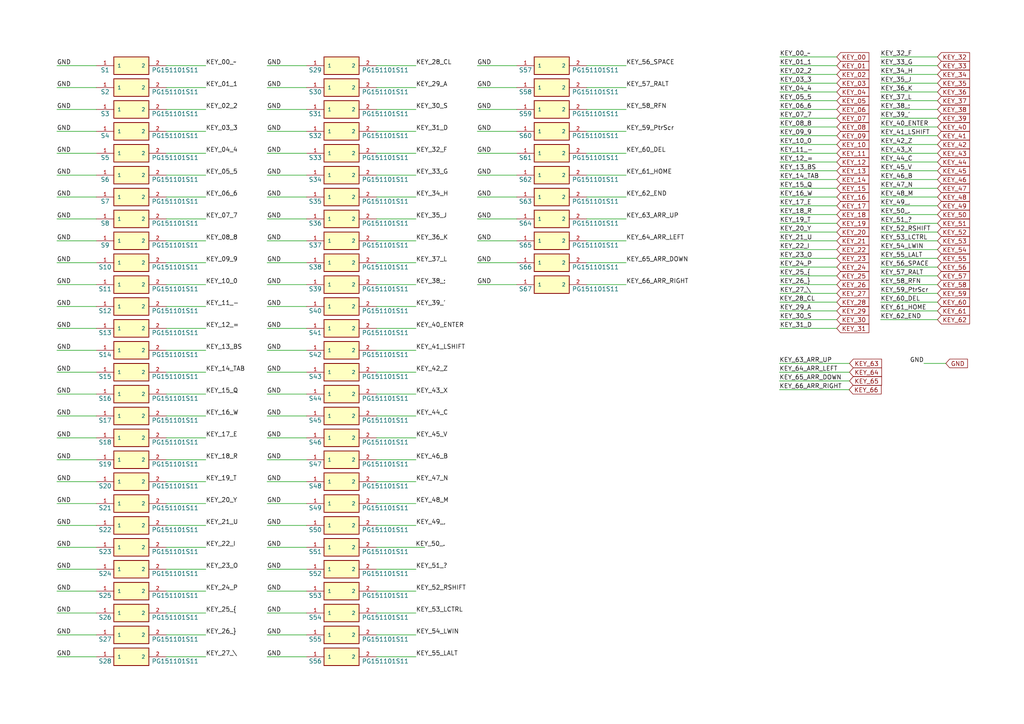
<source format=kicad_sch>
(kicad_sch (version 20230121) (generator eeschema)
  (paper "A4")
  (wire (pts (xy 109.22 31.75) (xy 120.65 31.75)))
  (wire (pts (xy 226.1862 80.01) (xy 242.6962 80.01)))
  (wire (pts (xy 226.1862 95.25) (xy 242.6962 95.25)))
  (wire (pts (xy 109.22 133.35) (xy 120.65 133.35)))
  (wire (pts (xy 226.1862 36.83) (xy 242.6962 36.83)))
  (wire (pts (xy 109.22 69.85) (xy 120.65 69.85)))
  (wire (pts (xy 16.51 165.1) (xy 27.94 165.1)))
  (wire (pts (xy 77.47 76.2) (xy 88.9 76.2)))
  (wire (pts (xy 16.51 114.3) (xy 27.94 114.3)))
  (wire (pts (xy 109.22 63.5) (xy 120.65 63.5)))
  (wire (pts (xy 77.47 50.8) (xy 88.9 50.8)))
  (wire (pts (xy 16.51 76.2) (xy 27.94 76.2)))
  (wire (pts (xy 138.43 44.45) (xy 149.86 44.45)))
  (wire (pts (xy 170.18 50.8) (xy 181.61 50.8)))
  (wire (pts (xy 77.47 88.9) (xy 88.9 88.9)))
  (wire (pts (xy 170.18 19.05) (xy 181.61 19.05)))
  (wire (pts (xy 77.47 120.65) (xy 88.9 120.65)))
  (wire (pts (xy 109.22 19.05) (xy 120.65 19.05)))
  (wire (pts (xy 109.22 101.6) (xy 120.65 101.6)))
  (wire (pts (xy 170.18 57.15) (xy 181.61 57.15)))
  (wire (pts (xy 77.47 69.85) (xy 88.9 69.85)))
  (wire (pts (xy 255.3962 39.37) (xy 271.9062 39.37)))
  (wire (pts (xy 48.26 127) (xy 59.69 127)))
  (wire (pts (xy 138.43 63.5) (xy 149.86 63.5)))
  (wire (pts (xy 16.51 69.85) (xy 27.94 69.85)))
  (wire (pts (xy 16.51 139.7) (xy 27.94 139.7)))
  (wire (pts (xy 48.26 69.85) (xy 59.69 69.85)))
  (wire (pts (xy 16.51 146.05) (xy 27.94 146.05)))
  (wire (pts (xy 226.1862 19.05) (xy 242.6962 19.05)))
  (wire (pts (xy 16.51 50.8) (xy 27.94 50.8)))
  (wire (pts (xy 77.47 63.5) (xy 88.9 63.5)))
  (wire (pts (xy 255.3962 19.05) (xy 271.9062 19.05)))
  (wire (pts (xy 48.26 120.65) (xy 59.69 120.65)))
  (wire (pts (xy 226.1862 39.37) (xy 242.6962 39.37)))
  (wire (pts (xy 255.3962 64.77) (xy 271.9062 64.77)))
  (wire (pts (xy 226.1862 67.31) (xy 242.6962 67.31)))
  (wire (pts (xy 16.51 82.55) (xy 27.94 82.55)))
  (wire (pts (xy 48.26 88.9) (xy 59.69 88.9)))
  (wire (pts (xy 109.22 146.05) (xy 120.65 146.05)))
  (wire (pts (xy 77.47 139.7) (xy 88.9 139.7)))
  (wire (pts (xy 48.26 190.5) (xy 59.69 190.5)))
  (wire (pts (xy 77.47 38.1) (xy 88.9 38.1)))
  (wire (pts (xy 170.18 82.55) (xy 181.61 82.55)))
  (wire (pts (xy 109.22 57.15) (xy 120.65 57.15)))
  (wire (pts (xy 16.51 184.15) (xy 27.94 184.15)))
  (wire (pts (xy 77.47 82.55) (xy 88.9 82.55)))
  (wire (pts (xy 109.22 76.2) (xy 120.65 76.2)))
  (wire (pts (xy 255.3962 26.67) (xy 271.9062 26.67)))
  (wire (pts (xy 255.3962 31.75) (xy 271.9062 31.75)))
  (wire (pts (xy 226.1862 90.17) (xy 242.6962 90.17)))
  (wire (pts (xy 255.3962 46.99) (xy 271.9062 46.99)))
  (wire (pts (xy 48.26 101.6) (xy 59.69 101.6)))
  (wire (pts (xy 77.47 107.95) (xy 88.9 107.95)))
  (wire (pts (xy 255.3962 41.91) (xy 271.9062 41.91)))
  (wire (pts (xy 109.22 184.15) (xy 120.65 184.15)))
  (wire (pts (xy 226.1862 31.75) (xy 242.6962 31.75)))
  (wire (pts (xy 226.1862 44.45) (xy 242.6962 44.45)))
  (wire (pts (xy 226.1862 46.99) (xy 242.6962 46.99)))
  (wire (pts (xy 255.3962 87.63) (xy 271.9062 87.63)))
  (wire (pts (xy 16.51 44.45) (xy 27.94 44.45)))
  (wire (pts (xy 77.47 133.35) (xy 88.9 133.35)))
  (wire (pts (xy 77.47 31.75) (xy 88.9 31.75)))
  (wire (pts (xy 16.51 57.15) (xy 27.94 57.15)))
  (wire (pts (xy 226.1862 41.91) (xy 242.6962 41.91)))
  (wire (pts (xy 138.43 57.15) (xy 149.86 57.15)))
  (wire (pts (xy 16.51 101.6) (xy 27.94 101.6)))
  (wire (pts (xy 226.1862 24.13) (xy 242.6962 24.13)))
  (wire (pts (xy 109.22 120.65) (xy 120.65 120.65)))
  (wire (pts (xy 48.26 44.45) (xy 59.69 44.45)))
  (wire (pts (xy 255.3962 29.21) (xy 271.9062 29.21)))
  (wire (pts (xy 16.51 152.4) (xy 27.94 152.4)))
  (wire (pts (xy 109.22 114.3) (xy 120.65 114.3)))
  (wire (pts (xy 226.1862 49.53) (xy 242.6962 49.53)))
  (wire (pts (xy 255.3962 57.15) (xy 271.9062 57.15)))
  (wire (pts (xy 170.18 44.45) (xy 181.61 44.45)))
  (wire (pts (xy 77.47 158.75) (xy 88.9 158.75)))
  (wire (pts (xy 226.1862 74.93) (xy 242.6962 74.93)))
  (wire (pts (xy 226.06 113.03) (xy 246.38 113.03)))
  (wire (pts (xy 226.1862 85.09) (xy 242.6962 85.09)))
  (wire (pts (xy 48.26 76.2) (xy 59.69 76.2)))
  (wire (pts (xy 226.1862 34.29) (xy 242.6962 34.29)))
  (wire (pts (xy 16.51 107.95) (xy 27.94 107.95)))
  (wire (pts (xy 255.3962 90.17) (xy 271.9062 90.17)))
  (wire (pts (xy 109.22 82.55) (xy 120.65 82.55)))
  (wire (pts (xy 48.26 19.05) (xy 59.69 19.05)))
  (wire (pts (xy 16.51 133.35) (xy 27.94 133.35)))
  (wire (pts (xy 48.26 139.7) (xy 59.69 139.7)))
  (wire (pts (xy 109.22 165.1) (xy 120.65 165.1)))
  (wire (pts (xy 77.47 95.25) (xy 88.9 95.25)))
  (wire (pts (xy 170.18 31.75) (xy 181.61 31.75)))
  (wire (pts (xy 48.26 146.05) (xy 59.69 146.05)))
  (wire (pts (xy 109.22 25.4) (xy 120.65 25.4)))
  (wire (pts (xy 170.18 69.85) (xy 181.61 69.85)))
  (wire (pts (xy 48.26 25.4) (xy 59.69 25.4)))
  (wire (pts (xy 255.3962 69.85) (xy 271.9062 69.85)))
  (wire (pts (xy 77.47 57.15) (xy 88.9 57.15)))
  (wire (pts (xy 138.43 76.2) (xy 149.86 76.2)))
  (wire (pts (xy 77.47 44.45) (xy 88.9 44.45)))
  (wire (pts (xy 255.3962 80.01) (xy 271.9062 80.01)))
  (wire (pts (xy 48.26 31.75) (xy 59.69 31.75)))
  (wire (pts (xy 48.26 82.55) (xy 59.69 82.55)))
  (wire (pts (xy 16.51 19.05) (xy 27.94 19.05)))
  (wire (pts (xy 109.22 158.75) (xy 123.19 158.75)))
  (wire (pts (xy 226.1862 64.77) (xy 242.6962 64.77)))
  (wire (pts (xy 77.47 165.1) (xy 88.9 165.1)))
  (wire (pts (xy 16.51 127) (xy 27.94 127)))
  (wire (pts (xy 226.1862 82.55) (xy 242.6962 82.55)))
  (wire (pts (xy 138.43 50.8) (xy 149.86 50.8)))
  (wire (pts (xy 109.22 107.95) (xy 120.65 107.95)))
  (wire (pts (xy 109.22 190.5) (xy 120.65 190.5)))
  (wire (pts (xy 138.43 82.55) (xy 149.86 82.55)))
  (wire (pts (xy 255.3962 21.59) (xy 271.9062 21.59)))
  (wire (pts (xy 226.1862 26.67) (xy 242.6962 26.67)))
  (wire (pts (xy 77.47 184.15) (xy 88.9 184.15)))
  (wire (pts (xy 226.1862 87.63) (xy 242.6962 87.63)))
  (wire (pts (xy 48.26 95.25) (xy 59.69 95.25)))
  (wire (pts (xy 226.1862 72.39) (xy 242.6962 72.39)))
  (wire (pts (xy 48.26 171.45) (xy 59.69 171.45)))
  (wire (pts (xy 255.3962 85.09) (xy 271.9062 85.09)))
  (wire (pts (xy 48.26 57.15) (xy 59.69 57.15)))
  (wire (pts (xy 48.26 107.95) (xy 59.69 107.95)))
  (wire (pts (xy 77.47 127) (xy 88.9 127)))
  (wire (pts (xy 274.32 105.41) (xy 267.97 105.41)))
  (wire (pts (xy 255.3962 74.93) (xy 271.9062 74.93)))
  (wire (pts (xy 77.47 171.45) (xy 88.9 171.45)))
  (wire (pts (xy 109.22 38.1) (xy 120.65 38.1)))
  (wire (pts (xy 48.26 63.5) (xy 59.69 63.5)))
  (wire (pts (xy 255.3962 62.23) (xy 271.9062 62.23)))
  (wire (pts (xy 109.22 127) (xy 120.65 127)))
  (wire (pts (xy 109.22 177.8) (xy 120.65 177.8)))
  (wire (pts (xy 109.22 88.9) (xy 120.65 88.9)))
  (wire (pts (xy 138.43 31.75) (xy 149.86 31.75)))
  (wire (pts (xy 226.06 107.95) (xy 246.38 107.95)))
  (wire (pts (xy 77.47 177.8) (xy 88.9 177.8)))
  (wire (pts (xy 138.43 38.1) (xy 149.86 38.1)))
  (wire (pts (xy 170.18 76.2) (xy 181.61 76.2)))
  (wire (pts (xy 109.22 152.4) (xy 120.65 152.4)))
  (wire (pts (xy 16.51 171.45) (xy 27.94 171.45)))
  (wire (pts (xy 48.26 50.8) (xy 59.69 50.8)))
  (wire (pts (xy 16.51 120.65) (xy 27.94 120.65)))
  (wire (pts (xy 77.47 101.6) (xy 88.9 101.6)))
  (wire (pts (xy 48.26 158.75) (xy 59.69 158.75)))
  (wire (pts (xy 226.06 105.41) (xy 246.38 105.41)))
  (wire (pts (xy 77.47 114.3) (xy 88.9 114.3)))
  (wire (pts (xy 226.1862 62.23) (xy 242.6962 62.23)))
  (wire (pts (xy 226.1862 92.71) (xy 242.6962 92.71)))
  (wire (pts (xy 48.26 38.1) (xy 59.69 38.1)))
  (wire (pts (xy 48.26 152.4) (xy 59.69 152.4)))
  (wire (pts (xy 226.1862 21.59) (xy 242.6962 21.59)))
  (wire (pts (xy 109.22 95.25) (xy 120.65 95.25)))
  (wire (pts (xy 226.1862 29.21) (xy 242.6962 29.21)))
  (wire (pts (xy 226.1862 52.07) (xy 242.6962 52.07)))
  (wire (pts (xy 109.22 50.8) (xy 120.65 50.8)))
  (wire (pts (xy 77.47 152.4) (xy 88.9 152.4)))
  (wire (pts (xy 138.43 25.4) (xy 149.86 25.4)))
  (wire (pts (xy 109.22 139.7) (xy 120.65 139.7)))
  (wire (pts (xy 255.3962 36.83) (xy 271.9062 36.83)))
  (wire (pts (xy 77.47 190.5) (xy 88.9 190.5)))
  (wire (pts (xy 16.51 25.4) (xy 27.94 25.4)))
  (wire (pts (xy 48.26 165.1) (xy 59.69 165.1)))
  (wire (pts (xy 226.1862 54.61) (xy 242.6962 54.61)))
  (wire (pts (xy 48.26 184.15) (xy 59.69 184.15)))
  (wire (pts (xy 255.3962 59.69) (xy 271.9062 59.69)))
  (wire (pts (xy 255.3962 16.51) (xy 271.9062 16.51)))
  (wire (pts (xy 255.3962 67.31) (xy 271.9062 67.31)))
  (wire (pts (xy 16.51 31.75) (xy 27.94 31.75)))
  (wire (pts (xy 16.51 95.25) (xy 27.94 95.25)))
  (wire (pts (xy 16.51 158.75) (xy 27.94 158.75)))
  (wire (pts (xy 226.1862 16.51) (xy 242.6962 16.51)))
  (wire (pts (xy 77.47 19.05) (xy 88.9 19.05)))
  (wire (pts (xy 255.3962 77.47) (xy 271.9062 77.47)))
  (wire (pts (xy 48.26 177.8) (xy 59.69 177.8)))
  (wire (pts (xy 255.3962 24.13) (xy 271.9062 24.13)))
  (wire (pts (xy 255.3962 92.71) (xy 271.9062 92.71)))
  (wire (pts (xy 16.51 88.9) (xy 27.94 88.9)))
  (wire (pts (xy 255.3962 52.07) (xy 271.9062 52.07)))
  (wire (pts (xy 255.3962 72.39) (xy 271.9062 72.39)))
  (wire (pts (xy 109.22 44.45) (xy 120.65 44.45)))
  (wire (pts (xy 226.1862 57.15) (xy 242.6962 57.15)))
  (wire (pts (xy 109.22 171.45) (xy 120.65 171.45)))
  (wire (pts (xy 255.3962 34.29) (xy 271.9062 34.29)))
  (wire (pts (xy 226.1862 59.69) (xy 242.6962 59.69)))
  (wire (pts (xy 226.06 110.49) (xy 246.38 110.49)))
  (wire (pts (xy 16.51 190.5) (xy 27.94 190.5)))
  (wire (pts (xy 226.1862 77.47) (xy 242.6962 77.47)))
  (wire (pts (xy 48.26 133.35) (xy 59.69 133.35)))
  (wire (pts (xy 48.26 114.3) (xy 59.69 114.3)))
  (wire (pts (xy 170.18 63.5) (xy 181.61 63.5)))
  (wire (pts (xy 255.3962 49.53) (xy 271.9062 49.53)))
  (wire (pts (xy 170.18 25.4) (xy 181.61 25.4)))
  (wire (pts (xy 255.3962 82.55) (xy 271.9062 82.55)))
  (wire (pts (xy 16.51 38.1) (xy 27.94 38.1)))
  (wire (pts (xy 170.18 38.1) (xy 181.61 38.1)))
  (wire (pts (xy 255.3962 44.45) (xy 271.9062 44.45)))
  (wire (pts (xy 138.43 69.85) (xy 149.86 69.85)))
  (wire (pts (xy 77.47 25.4) (xy 88.9 25.4)))
  (wire (pts (xy 255.3962 54.61) (xy 271.9062 54.61)))
  (wire (pts (xy 16.51 63.5) (xy 27.94 63.5)))
  (wire (pts (xy 138.43 19.05) (xy 149.86 19.05)))
  (wire (pts (xy 16.51 177.8) (xy 27.94 177.8)))
  (wire (pts (xy 226.1862 69.85) (xy 242.6962 69.85)))
  (wire (pts (xy 77.47 146.05) (xy 88.9 146.05)))
  (label "KEY_06_6" (at 59.69 57.15 0))
  (label "KEY_43_X" (at 120.65 114.3 0))
  (label "KEY_30_S" (at 120.65 31.75 0))
  (label "KEY_40_ENTER" (at 120.65 95.25 0))
  (label "KEY_40_ENTER" (at 255.3962 36.83 0))
  (label "GND" (at 16.51 31.75 0))
  (label "GND" (at 77.47 146.05 0))
  (label "KEY_59_PtrScr" (at 255.3962 85.09 0))
  (label "KEY_53_LCTRL" (at 255.3962 69.85 0))
  (label "KEY_45_V" (at 120.65 127 0))
  (label "GND" (at 138.43 31.75 0))
  (label "GND" (at 77.47 95.25 0))
  (label "KEY_01_1" (at 59.69 25.4 0))
  (label "GND" (at 77.47 82.55 0))
  (label "KEY_52_RSHIFT" (at 120.65 171.45 0))
  (label "GND" (at 77.47 120.65 0))
  (label "KEY_54_LWIN" (at 255.3962 72.39 0))
  (label "KEY_45_V" (at 255.3962 49.53 0))
  (label "KEY_41_LSHIFT" (at 120.65 101.6 0))
  (label "GND" (at 77.47 38.1 0))
  (label "GND" (at 77.47 184.15 0))
  (label "GND" (at 77.47 25.4 0))
  (label "KEY_33_G" (at 255.3962 19.05 0))
  (label "GND" (at 138.43 38.1 0))
  (label "GND" (at 16.51 44.45 0))
  (label "KEY_60_DEL" (at 255.3962 87.63 0))
  (label "GND" (at 138.43 69.85 0))
  (label "KEY_55_LALT" (at 120.65 190.5 0))
  (label "GND" (at 16.51 171.45 0))
  (label "GND" (at 16.51 95.25 0))
  (label "KEY_58_RFN" (at 255.3962 82.55 0))
  (label "KEY_12_=" (at 59.69 95.25 0))
  (label "KEY_10_0" (at 226.1862 41.91 0))
  (label "KEY_56_SPACE" (at 181.61 19.05 0))
  (label "KEY_23_O" (at 59.69 165.1 0))
  (label "GND" (at 16.51 158.75 0))
  (label "GND" (at 16.51 165.1 0))
  (label "KEY_46_B" (at 255.3962 52.07 0))
  (label "GND" (at 77.47 76.2 0))
  (label "KEY_46_B" (at 120.65 133.35 0))
  (label "KEY_66_ARR_RIGHT" (at 181.61 82.55 0))
  (label "KEY_24_P" (at 226.1862 77.47 0))
  (label "KEY_20_Y" (at 226.1862 67.31 0))
  (label "KEY_53_LCTRL" (at 120.65 177.8 0))
  (label "KEY_61_HOME" (at 255.3962 90.17 0))
  (label "KEY_03_3" (at 226.1862 24.13 0))
  (label "GND" (at 77.47 101.6 0))
  (label "GND" (at 77.47 152.4 0))
  (label "KEY_24_P" (at 59.69 171.45 0))
  (label "KEY_33_G" (at 120.65 50.8 0))
  (label "KEY_25_{" (at 59.69 177.8 0))
  (label "KEY_61_HOME" (at 181.61 50.8 0))
  (label "GND" (at 138.43 19.05 0))
  (label "KEY_62_END" (at 255.3962 92.71 0))
  (label "KEY_08_8" (at 59.69 69.85 0))
  (label "GND" (at 16.51 139.7 0))
  (label "KEY_27_\\" (at 59.69 190.5 0))
  (label "KEY_16_W" (at 226.1862 57.15 0))
  (label "GND" (at 138.43 50.8 0))
  (label "KEY_64_ARR_LEFT" (at 226.06 107.95 0))
  (label "KEY_26_}" (at 59.69 184.15 0))
  (label "KEY_39_'" (at 120.65 88.9 0))
  (label "GND" (at 77.47 165.1 0))
  (label "KEY_13_BS" (at 226.1862 49.53 0))
  (label "KEY_50_." (at 120.5238 158.75 0))
  (label "KEY_17_E" (at 226.1862 59.69 0))
  (label "GND" (at 16.51 101.6 0))
  (label "KEY_03_3" (at 59.69 38.1 0))
  (label "KEY_18_R" (at 59.69 133.35 0))
  (label "KEY_14_TAB" (at 59.69 107.95 0))
  (label "KEY_07_7" (at 59.69 63.5 0))
  (label "GND" (at 77.47 88.9 0))
  (label "KEY_21_U" (at 226.1862 69.85 0))
  (label "GND" (at 16.51 146.05 0))
  (label "GND" (at 16.51 152.4 0))
  (label "GND" (at 16.51 114.3 0))
  (label "KEY_57_RALT" (at 181.61 25.4 0))
  (label "GND" (at 77.47 63.5 0))
  (label "KEY_08_8" (at 226.1862 36.83 0))
  (label "KEY_54_LWIN" (at 120.65 184.15 0))
  (label "KEY_15_Q" (at 59.69 114.3 0))
  (label "KEY_48_M" (at 120.65 146.05 0))
  (label "GND" (at 138.43 44.45 0))
  (label "KEY_16_W" (at 59.69 120.65 0))
  (label "GND" (at 138.43 76.2 0))
  (label "KEY_25_{" (at 226.1862 80.01 0))
  (label "KEY_44_C" (at 120.65 120.65 0))
  (label "KEY_58_RFN" (at 181.61 31.75 0))
  (label "GND" (at 138.43 82.55 0))
  (label "GND" (at 77.47 44.45 0))
  (label "GND" (at 16.51 190.5 0))
  (label "GND" (at 77.47 133.35 0))
  (label "GND" (at 77.47 177.8 0))
  (label "GND" (at 77.47 50.8 0))
  (label "KEY_11_-" (at 59.69 88.9 0))
  (label "GND" (at 16.51 69.85 0))
  (label "GND" (at 138.43 25.4 0))
  (label "KEY_29_A" (at 120.65 25.4 0))
  (label "KEY_37_L" (at 120.65 76.2 0))
  (label "KEY_31_D" (at 120.65 38.1 0))
  (label "KEY_09_9" (at 226.1862 39.37 0))
  (label "GND" (at 77.47 31.75 0))
  (label "KEY_23_O" (at 226.1862 74.93 0))
  (label "GND" (at 77.47 127 0))
  (label "KEY_66_ARR_RIGHT" (at 226.06 113.03 0))
  (label "GND" (at 138.43 63.5 0))
  (label "KEY_60_DEL" (at 181.61 44.45 0))
  (label "KEY_51_?" (at 255.3962 64.77 0))
  (label "KEY_63_ARR_UP" (at 226.06 105.41 0))
  (label "KEY_19_T" (at 59.69 139.7 0))
  (label "GND" (at 16.51 25.4 0))
  (label "GND" (at 16.51 50.8 0))
  (label "KEY_30_S" (at 226.1862 92.71 0))
  (label "KEY_27_\\" (at 226.1862 85.09 0))
  (label "GND" (at 77.47 139.7 0))
  (label "GND" (at 16.51 120.65 0))
  (label "KEY_39_'" (at 255.3962 34.29 0))
  (label "GND" (at 77.47 171.45 0))
  (label "KEY_05_5" (at 59.69 50.8 0))
  (label "GND" (at 16.51 107.95 0))
  (label "KEY_05_5" (at 226.1862 29.21 0))
  (label "KEY_38_;" (at 120.65 82.55 0))
  (label "KEY_15_Q" (at 226.1862 54.61 0))
  (label "KEY_34_H" (at 255.3962 21.59 0))
  (label "KEY_17_E" (at 59.69 127 0))
  (label "KEY_57_RALT" (at 255.3962 80.01 0))
  (label "KEY_42_Z" (at 255.3962 41.91 0))
  (label "GND" (at 77.47 19.05 0))
  (label "GND" (at 77.47 69.85 0))
  (label "KEY_11_-" (at 226.1862 44.45 0))
  (label "GND" (at 16.51 57.15 0))
  (label "KEY_32_F" (at 255.3962 16.51 0))
  (label "KEY_41_LSHIFT" (at 255.3962 39.37 0))
  (label "KEY_38_;" (at 255.3962 31.75 0))
  (label "KEY_19_T" (at 226.1862 64.77 0))
  (label "GND" (at 267.97 105.41 180))
  (label "GND" (at 16.51 133.35 0))
  (label "KEY_50_." (at 255.3962 62.23 0))
  (label "KEY_51_?" (at 120.65 165.1 0))
  (label "KEY_26_}" (at 226.1862 82.55 0))
  (label "KEY_47_N" (at 120.65 139.7 0))
  (label "KEY_09_9" (at 59.69 76.2 0))
  (label "KEY_37_L" (at 255.3962 29.21 0))
  (label "KEY_18_R" (at 226.1862 62.23 0))
  (label "KEY_20_Y" (at 59.69 146.05 0))
  (label "KEY_59_PtrScr" (at 181.61 38.1 0))
  (label "KEY_07_7" (at 226.1862 34.29 0))
  (label "KEY_28_CL" (at 120.65 19.05 0))
  (label "KEY_36_K" (at 120.65 69.85 0))
  (label "KEY_12_=" (at 226.1862 46.99 0))
  (label "KEY_64_ARR_LEFT" (at 181.61 69.85 0))
  (label "KEY_43_X" (at 255.3962 44.45 0))
  (label "KEY_44_C" (at 255.3962 46.99 0))
  (label "GND" (at 16.51 127 0))
  (label "GND" (at 77.47 158.75 0))
  (label "GND" (at 77.47 57.15 0))
  (label "KEY_02_2" (at 59.69 31.75 0))
  (label "KEY_34_H" (at 120.65 57.15 0))
  (label "KEY_10_0" (at 59.69 82.55 0))
  (label "KEY_63_ARR_UP" (at 181.61 63.5 0))
  (label "KEY_04_4" (at 59.69 44.45 0))
  (label "KEY_52_RSHIFT" (at 255.3962 67.31 0))
  (label "KEY_00_~" (at 59.69 19.05 0))
  (label "KEY_21_U" (at 59.69 152.4 0))
  (label "KEY_55_LALT" (at 255.3962 74.93 0))
  (label "KEY_49_," (at 120.65 152.4 0))
  (label "GND" (at 16.51 76.2 0))
  (label "GND" (at 77.47 190.5 0))
  (label "KEY_48_M" (at 255.3962 57.15 0))
  (label "GND" (at 16.51 82.55 0))
  (label "KEY_49_," (at 255.3962 59.69 0))
  (label "KEY_35_J" (at 255.3962 24.13 0))
  (label "KEY_56_SPACE" (at 255.3962 77.47 0))
  (label "KEY_35_J" (at 120.65 63.5 0))
  (label "KEY_22_I" (at 226.1862 72.39 0))
  (label "KEY_65_ARR_DOWN" (at 226.06 110.49 0))
  (label "KEY_29_A" (at 226.1862 90.17 0))
  (label "KEY_02_2" (at 226.1862 21.59 0))
  (label "KEY_22_I" (at 59.69 158.75 0))
  (label "KEY_00_~" (at 226.1862 16.51 0))
  (label "KEY_04_4" (at 226.1862 26.67 0))
  (label "KEY_36_K" (at 255.3962 26.67 0))
  (label "GND" (at 16.51 88.9 0))
  (label "KEY_31_D" (at 226.1862 95.25 0))
  (label "KEY_28_CL" (at 226.06 87.63 0))
  (label "KEY_62_END" (at 181.61 57.15 0))
  (label "KEY_42_Z" (at 120.65 107.95 0))
  (label "GND" (at 77.47 114.3 0))
  (label "GND" (at 138.43 57.15 0))
  (label "GND" (at 77.47 107.95 0))
  (label "KEY_13_BS" (at 59.69 101.6 0))
  (label "GND" (at 16.51 63.5 0))
  (label "KEY_65_ARR_DOWN" (at 181.61 76.2 0))
  (label "KEY_47_N" (at 255.3962 54.61 0))
  (label "KEY_01_1" (at 226.1862 19.05 0))
  (label "KEY_14_TAB" (at 226.1862 52.07 0))
  (label "GND" (at 16.51 177.8 0))
  (label "GND" (at 16.51 19.05 0))
  (label "GND" (at 16.51 184.15 0))
  (label "KEY_06_6" (at 226.1862 31.75 0))
  (label "GND" (at 16.51 38.1 0))
  (label "KEY_32_F" (at 120.65 44.45 0))
  (global_label "KEY_29" (shape input) (at 242.6962 90.17 0) (property "Intersheetrefs" "${INTERSHEET_REFS}" (effects hide)))
  (global_label "KEY_12" (shape input) (at 242.6962 46.99 0) (property "Intersheetrefs" "${INTERSHEET_REFS}" (effects hide)))
  (global_label "KEY_28" (shape input) (at 242.6962 87.63 0) (property "Intersheetrefs" "${INTERSHEET_REFS}" (effects hide)))
  (global_label "KEY_08" (shape input) (at 242.6962 36.83 0) (property "Intersheetrefs" "${INTERSHEET_REFS}" (effects hide)))
  (global_label "KEY_14" (shape input) (at 242.6962 52.07 0) (property "Intersheetrefs" "${INTERSHEET_REFS}" (effects hide)))
  (global_label "KEY_54" (shape input) (at 271.9062 72.39 0) (property "Intersheetrefs" "${INTERSHEET_REFS}" (effects hide)))
  (global_label "KEY_26" (shape input) (at 242.6962 82.55 0) (property "Intersheetrefs" "${INTERSHEET_REFS}" (effects hide)))
  (global_label "KEY_22" (shape input) (at 242.6962 72.39 0) (property "Intersheetrefs" "${INTERSHEET_REFS}" (effects hide)))
  (global_label "KEY_06" (shape input) (at 242.6962 31.75 0) (property "Intersheetrefs" "${INTERSHEET_REFS}" (effects hide)))
  (global_label "KEY_51" (shape input) (at 271.9062 64.77 0) (property "Intersheetrefs" "${INTERSHEET_REFS}" (effects hide)))
  (global_label "KEY_31" (shape input) (at 242.6962 95.25 0) (property "Intersheetrefs" "${INTERSHEET_REFS}" (effects hide)))
  (global_label "KEY_11" (shape input) (at 242.6962 44.45 0) (property "Intersheetrefs" "${INTERSHEET_REFS}" (effects hide)))
  (global_label "KEY_20" (shape input) (at 242.6962 67.31 0) (property "Intersheetrefs" "${INTERSHEET_REFS}" (effects hide)))
  (global_label "KEY_47" (shape input) (at 271.9062 54.61 0) (property "Intersheetrefs" "${INTERSHEET_REFS}" (effects hide)))
  (global_label "KEY_27" (shape input) (at 242.6962 85.09 0) (property "Intersheetrefs" "${INTERSHEET_REFS}" (effects hide)))
  (global_label "KEY_01" (shape input) (at 242.6962 19.05 0) (property "Intersheetrefs" "${INTERSHEET_REFS}" (effects hide)))
  (global_label "KEY_53" (shape input) (at 271.9062 69.85 0) (property "Intersheetrefs" "${INTERSHEET_REFS}" (effects hide)))
  (global_label "KEY_40" (shape input) (at 271.9062 36.83 0) (property "Intersheetrefs" "${INTERSHEET_REFS}" (effects hide)))
  (global_label "KEY_16" (shape input) (at 242.6962 57.15 0) (property "Intersheetrefs" "${INTERSHEET_REFS}" (effects hide)))
  (global_label "KEY_44" (shape input) (at 271.9062 46.99 0) (property "Intersheetrefs" "${INTERSHEET_REFS}" (effects hide)))
  (global_label "KEY_59" (shape input) (at 271.9062 85.09 0) (property "Intersheetrefs" "${INTERSHEET_REFS}" (effects hide)))
  (global_label "KEY_60" (shape input) (at 271.9062 87.63 0) (property "Intersheetrefs" "${INTERSHEET_REFS}" (effects hide)))
  (global_label "KEY_15" (shape input) (at 242.6962 54.61 0) (property "Intersheetrefs" "${INTERSHEET_REFS}" (effects hide)))
  (global_label "KEY_64" (shape input) (at 246.38 107.95 0) (property "Intersheetrefs" "${INTERSHEET_REFS}" (effects hide)))
  (global_label "KEY_52" (shape input) (at 271.9062 67.31 0) (property "Intersheetrefs" "${INTERSHEET_REFS}" (effects hide)))
  (global_label "KEY_19" (shape input) (at 242.6962 64.77 0) (property "Intersheetrefs" "${INTERSHEET_REFS}" (effects hide)))
  (global_label "KEY_10" (shape input) (at 242.6962 41.91 0) (property "Intersheetrefs" "${INTERSHEET_REFS}" (effects hide)))
  (global_label "KEY_62" (shape input) (at 271.9062 92.71 0) (property "Intersheetrefs" "${INTERSHEET_REFS}" (effects hide)))
  (global_label "KEY_13" (shape input) (at 242.6962 49.53 0) (property "Intersheetrefs" "${INTERSHEET_REFS}" (effects hide)))
  (global_label "KEY_36" (shape input) (at 271.9062 26.67 0) (property "Intersheetrefs" "${INTERSHEET_REFS}" (effects hide)))
  (global_label "KEY_25" (shape input) (at 242.6962 80.01 0) (property "Intersheetrefs" "${INTERSHEET_REFS}" (effects hide)))
  (global_label "KEY_37" (shape input) (at 271.9062 29.21 0) (property "Intersheetrefs" "${INTERSHEET_REFS}" (effects hide)))
  (global_label "KEY_46" (shape input) (at 271.9062 52.07 0) (property "Intersheetrefs" "${INTERSHEET_REFS}" (effects hide)))
  (global_label "KEY_04" (shape input) (at 242.6962 26.67 0) (property "Intersheetrefs" "${INTERSHEET_REFS}" (effects hide)))
  (global_label "KEY_58" (shape input) (at 271.9062 82.55 0) (property "Intersheetrefs" "${INTERSHEET_REFS}" (effects hide)))
  (global_label "KEY_18" (shape input) (at 242.6962 62.23 0) (property "Intersheetrefs" "${INTERSHEET_REFS}" (effects hide)))
  (global_label "KEY_23" (shape input) (at 242.6962 74.93 0) (property "Intersheetrefs" "${INTERSHEET_REFS}" (effects hide)))
  (global_label "KEY_57" (shape input) (at 271.9062 80.01 0) (property "Intersheetrefs" "${INTERSHEET_REFS}" (effects hide)))
  (global_label "KEY_42" (shape input) (at 271.9062 41.91 0) (property "Intersheetrefs" "${INTERSHEET_REFS}" (effects hide)))
  (global_label "KEY_32" (shape input) (at 271.9062 16.51 0) (property "Intersheetrefs" "${INTERSHEET_REFS}" (effects hide)))
  (global_label "KEY_00" (shape input) (at 242.6962 16.51 0) (property "Intersheetrefs" "${INTERSHEET_REFS}" (effects hide)))
  (global_label "KEY_24" (shape input) (at 242.6962 77.47 0) (property "Intersheetrefs" "${INTERSHEET_REFS}" (effects hide)))
  (global_label "KEY_38" (shape input) (at 271.9062 31.75 0) (property "Intersheetrefs" "${INTERSHEET_REFS}" (effects hide)))
  (global_label "KEY_48" (shape input) (at 271.9062 57.15 0) (property "Intersheetrefs" "${INTERSHEET_REFS}" (effects hide)))
  (global_label "KEY_55" (shape input) (at 271.9062 74.93 0) (property "Intersheetrefs" "${INTERSHEET_REFS}" (effects hide)))
  (global_label "KEY_09" (shape input) (at 242.6962 39.37 0) (property "Intersheetrefs" "${INTERSHEET_REFS}" (effects hide)))
  (global_label "KEY_41" (shape input) (at 271.9062 39.37 0) (property "Intersheetrefs" "${INTERSHEET_REFS}" (effects hide)))
  (global_label "KEY_43" (shape input) (at 271.9062 44.45 0) (property "Intersheetrefs" "${INTERSHEET_REFS}" (effects hide)))
  (global_label "KEY_17" (shape input) (at 242.6962 59.69 0) (property "Intersheetrefs" "${INTERSHEET_REFS}" (effects hide)))
  (global_label "KEY_03" (shape input) (at 242.6962 24.13 0) (property "Intersheetrefs" "${INTERSHEET_REFS}" (effects hide)))
  (global_label "KEY_50" (shape input) (at 271.9062 62.23 0) (property "Intersheetrefs" "${INTERSHEET_REFS}" (effects hide)))
  (global_label "KEY_61" (shape input) (at 271.9062 90.17 0) (property "Intersheetrefs" "${INTERSHEET_REFS}" (effects hide)))
  (global_label "KEY_66" (shape input) (at 246.2701 113.03 0) (property "Intersheetrefs" "${INTERSHEET_REFS}" (effects hide)))
  (global_label "KEY_39" (shape input) (at 271.9062 34.29 0) (property "Intersheetrefs" "${INTERSHEET_REFS}" (effects hide)))
  (global_label "KEY_05" (shape input) (at 242.6962 29.21 0) (property "Intersheetrefs" "${INTERSHEET_REFS}" (effects hide)))
  (global_label "KEY_65" (shape input) (at 246.38 110.49 0) (property "Intersheetrefs" "${INTERSHEET_REFS}" (effects hide)))
  (global_label "KEY_56" (shape input) (at 271.9062 77.47 0) (property "Intersheetrefs" "${INTERSHEET_REFS}" (effects hide)))
  (global_label "KEY_49" (shape input) (at 271.9062 59.69 0) (property "Intersheetrefs" "${INTERSHEET_REFS}" (effects hide)))
  (global_label "KEY_33" (shape input) (at 271.9062 19.05 0) (property "Intersheetrefs" "${INTERSHEET_REFS}" (effects hide)))
  (global_label "KEY_02" (shape input) (at 242.6962 21.59 0) (property "Intersheetrefs" "${INTERSHEET_REFS}" (effects hide)))
  (global_label "KEY_30" (shape input) (at 242.6962 92.71 0) (property "Intersheetrefs" "${INTERSHEET_REFS}" (effects hide)))
  (global_label "KEY_07" (shape input) (at 242.6962 34.29 0) (property "Intersheetrefs" "${INTERSHEET_REFS}" (effects hide)))
  (global_label "KEY_35" (shape input) (at 271.9062 24.13 0) (property "Intersheetrefs" "${INTERSHEET_REFS}" (effects hide)))
  (global_label "KEY_45" (shape input) (at 271.9062 49.53 0) (property "Intersheetrefs" "${INTERSHEET_REFS}" (effects hide)))
  (global_label "GND" (shape input) (at 274.32 105.41 0) (property "Intersheetrefs" "${INTERSHEET_REFS}" (effects hide)))
  (global_label "KEY_63" (shape input) (at 246.38 105.41 0) (property "Intersheetrefs" "${INTERSHEET_REFS}" (effects hide)))
  (global_label "KEY_21" (shape input) (at 242.6962 69.85 0) (property "Intersheetrefs" "${INTERSHEET_REFS}" (effects hide)))
  (global_label "KEY_34" (shape input) (at 271.9062 21.59 0) (property "Intersheetrefs" "${INTERSHEET_REFS}" (effects hide)))
  (symbol (lib_id "PG151101S11:PG151101S11") (at 38.1 190.5 0) (unit 1)
    (property "Reference" "S28" (at 30.48 191.77 0))
    (property "Value" "PG151101S11" (at 50.8 191.77 0))
    (property "Footprint" "Button_Switch_Keyboard:SW_Cherry_MX_1.50u_PCB" (effects hide))
    (property "PARTREV" "A" (effects hide))
    (property "MANUFACTURER" "Kailh" (effects hide))
    (property "MAXIMUM_PACKAGE_HEIGHT" "1.95 mm" (effects hide))
    (property "STANDARD" "Manufacturer Recommendations" (effects hide))
  )
  (symbol (lib_id "PG151101S11:PG151101S11") (at 99.06 152.4 0) (unit 1)
    (property "Reference" "S50" (at 91.44 153.67 0))
    (property "Value" "PG151101S11" (at 111.76 153.67 0))
    (property "Footprint" "Button_Switch_Keyboard:SW_Cherry_MX_1.00u_PCB" (effects hide))
    (property "PARTREV" "A" (effects hide))
    (property "MANUFACTURER" "Kailh" (effects hide))
    (property "MAXIMUM_PACKAGE_HEIGHT" "1.95 mm" (effects hide))
    (property "STANDARD" "Manufacturer Recommendations" (effects hide))
  )
  (symbol (lib_id "PG151101S11:PG151101S11") (at 38.1 25.4 0) (unit 1)
    (property "Reference" "S2" (at 30.48 26.67 0))
    (property "Value" "PG151101S11" (at 50.8 26.67 0))
    (property "Footprint" "Button_Switch_Keyboard:SW_Cherry_MX_1.00u_PCB" (effects hide))
    (property "PARTREV" "A" (effects hide))
    (property "MANUFACTURER" "Kailh" (effects hide))
    (property "MAXIMUM_PACKAGE_HEIGHT" "1.95 mm" (effects hide))
    (property "STANDARD" "Manufacturer Recommendations" (effects hide))
  )
  (symbol (lib_id "PG151101S11:PG151101S11") (at 38.1 184.15 0) (unit 1)
    (property "Reference" "S27" (at 30.48 185.42 0))
    (property "Value" "PG151101S11" (at 50.8 185.42 0))
    (property "Footprint" "Button_Switch_Keyboard:SW_Cherry_MX_1.00u_PCB" (effects hide))
    (property "PARTREV" "A" (effects hide))
    (property "MANUFACTURER" "Kailh" (effects hide))
    (property "MAXIMUM_PACKAGE_HEIGHT" "1.95 mm" (effects hide))
    (property "STANDARD" "Manufacturer Recommendations" (effects hide))
  )
  (symbol (lib_id "PG151101S11:PG151101S11") (at 160.02 44.45 0) (unit 1)
    (property "Reference" "S61" (at 152.4 45.72 0))
    (property "Value" "PG151101S11" (at 172.72 45.72 0))
    (property "Footprint" "Button_Switch_Keyboard:SW_Cherry_MX_1.00u_PCB" (effects hide))
    (property "PARTREV" "A" (effects hide))
    (property "MANUFACTURER" "Kailh" (effects hide))
    (property "MAXIMUM_PACKAGE_HEIGHT" "1.95 mm" (effects hide))
    (property "STANDARD" "Manufacturer Recommendations" (effects hide))
  )
  (symbol (lib_id "PG151101S11:PG151101S11") (at 160.02 31.75 0) (unit 1)
    (property "Reference" "S59" (at 152.4 33.02 0))
    (property "Value" "PG151101S11" (at 172.72 33.02 0))
    (property "Footprint" "Button_Switch_Keyboard:SW_Cherry_MX_1.25u_PCB" (effects hide))
    (property "PARTREV" "A" (effects hide))
    (property "MANUFACTURER" "Kailh" (effects hide))
    (property "MAXIMUM_PACKAGE_HEIGHT" "1.95 mm" (effects hide))
    (property "STANDARD" "Manufacturer Recommendations" (effects hide))
  )
  (symbol (lib_id "PG151101S11:PG151101S11") (at 99.06 120.65 0) (unit 1)
    (property "Reference" "S45" (at 91.44 121.92 0))
    (property "Value" "PG151101S11" (at 111.76 121.92 0))
    (property "Footprint" "Button_Switch_Keyboard:SW_Cherry_MX_1.00u_PCB" (effects hide))
    (property "PARTREV" "A" (effects hide))
    (property "MANUFACTURER" "Kailh" (effects hide))
    (property "MAXIMUM_PACKAGE_HEIGHT" "1.95 mm" (effects hide))
    (property "STANDARD" "Manufacturer Recommendations" (effects hide))
  )
  (symbol (lib_id "PG151101S11:PG151101S11") (at 99.06 190.5 0) (unit 1)
    (property "Reference" "S56" (at 91.44 191.77 0))
    (property "Value" "PG151101S11" (at 111.76 191.77 0))
    (property "Footprint" "Button_Switch_Keyboard:SW_Cherry_MX_1.25u_PCB" (effects hide))
    (property "PARTREV" "A" (effects hide))
    (property "MANUFACTURER" "Kailh" (effects hide))
    (property "MAXIMUM_PACKAGE_HEIGHT" "1.95 mm" (effects hide))
    (property "STANDARD" "Manufacturer Recommendations" (effects hide))
  )
  (symbol (lib_id "PG151101S11:PG151101S11") (at 99.06 114.3 0) (unit 1)
    (property "Reference" "S44" (at 91.44 115.57 0))
    (property "Value" "PG151101S11" (at 111.76 115.57 0))
    (property "Footprint" "Button_Switch_Keyboard:SW_Cherry_MX_1.00u_PCB" (effects hide))
    (property "PARTREV" "A" (effects hide))
    (property "MANUFACTURER" "Kailh" (effects hide))
    (property "MAXIMUM_PACKAGE_HEIGHT" "1.95 mm" (effects hide))
    (property "STANDARD" "Manufacturer Recommendations" (effects hide))
  )
  (symbol (lib_id "PG151101S11:PG151101S11") (at 38.1 133.35 0) (unit 1)
    (property "Reference" "S19" (at 30.48 134.62 0))
    (property "Value" "PG151101S11" (at 50.8 134.62 0))
    (property "Footprint" "Button_Switch_Keyboard:SW_Cherry_MX_1.00u_PCB" (effects hide))
    (property "PARTREV" "A" (effects hide))
    (property "MANUFACTURER" "Kailh" (effects hide))
    (property "MAXIMUM_PACKAGE_HEIGHT" "1.95 mm" (effects hide))
    (property "STANDARD" "Manufacturer Recommendations" (effects hide))
  )
  (symbol (lib_id "PG151101S11:PG151101S11") (at 99.06 165.1 0) (unit 1)
    (property "Reference" "S52" (at 91.44 166.37 0))
    (property "Value" "PG151101S11" (at 111.76 166.37 0))
    (property "Footprint" "Button_Switch_Keyboard:SW_Cherry_MX_1.00u_PCB" (effects hide))
    (property "PARTREV" "A" (effects hide))
    (property "MANUFACTURER" "Kailh" (effects hide))
    (property "MAXIMUM_PACKAGE_HEIGHT" "1.95 mm" (effects hide))
    (property "STANDARD" "Manufacturer Recommendations" (effects hide))
  )
  (symbol (lib_id "PG151101S11:PG151101S11") (at 99.06 50.8 0) (unit 1)
    (property "Reference" "S34" (at 91.44 52.07 0))
    (property "Value" "PG151101S11" (at 111.76 52.07 0))
    (property "Footprint" "Button_Switch_Keyboard:SW_Cherry_MX_1.00u_PCB" (effects hide))
    (property "PARTREV" "A" (effects hide))
    (property "MANUFACTURER" "Kailh" (effects hide))
    (property "MAXIMUM_PACKAGE_HEIGHT" "1.95 mm" (effects hide))
    (property "STANDARD" "Manufacturer Recommendations" (effects hide))
  )
  (symbol (lib_id "PG151101S11:PG151101S11") (at 38.1 171.45 0) (unit 1)
    (property "Reference" "S25" (at 30.48 172.72 0))
    (property "Value" "PG151101S11" (at 50.8 172.72 0))
    (property "Footprint" "Button_Switch_Keyboard:SW_Cherry_MX_1.00u_PCB" (effects hide))
    (property "PARTREV" "A" (effects hide))
    (property "MANUFACTURER" "Kailh" (effects hide))
    (property "MAXIMUM_PACKAGE_HEIGHT" "1.95 mm" (effects hide))
    (property "STANDARD" "Manufacturer Recommendations" (effects hide))
  )
  (symbol (lib_id "PG151101S11:PG151101S11") (at 38.1 69.85 0) (unit 1)
    (property "Reference" "S9" (at 30.48 71.12 0))
    (property "Value" "PG151101S11" (at 50.8 71.12 0))
    (property "Footprint" "Button_Switch_Keyboard:SW_Cherry_MX_1.00u_PCB" (effects hide))
    (property "PARTREV" "A" (effects hide))
    (property "MANUFACTURER" "Kailh" (effects hide))
    (property "MAXIMUM_PACKAGE_HEIGHT" "1.95 mm" (effects hide))
    (property "STANDARD" "Manufacturer Recommendations" (effects hide))
  )
  (symbol (lib_id "PG151101S11:PG151101S11") (at 99.06 133.35 0) (unit 1)
    (property "Reference" "S47" (at 91.44 134.62 0))
    (property "Value" "PG151101S11" (at 111.76 134.62 0))
    (property "Footprint" "Button_Switch_Keyboard:SW_Cherry_MX_1.00u_PCB" (effects hide))
    (property "PARTREV" "A" (effects hide))
    (property "MANUFACTURER" "Kailh" (effects hide))
    (property "MAXIMUM_PACKAGE_HEIGHT" "1.95 mm" (effects hide))
    (property "STANDARD" "Manufacturer Recommendations" (effects hide))
  )
  (symbol (lib_id "PG151101S11:PG151101S11") (at 38.1 82.55 0) (unit 1)
    (property "Reference" "S11" (at 30.48 83.82 0))
    (property "Value" "PG151101S11" (at 50.8 83.82 0))
    (property "Footprint" "Button_Switch_Keyboard:SW_Cherry_MX_1.00u_PCB" (effects hide))
    (property "PARTREV" "A" (effects hide))
    (property "MANUFACTURER" "Kailh" (effects hide))
    (property "MAXIMUM_PACKAGE_HEIGHT" "1.95 mm" (effects hide))
    (property "STANDARD" "Manufacturer Recommendations" (effects hide))
  )
  (symbol (lib_id "PG151101S11:PG151101S11") (at 99.06 69.85 0) (unit 1)
    (property "Reference" "S37" (at 91.44 71.12 0))
    (property "Value" "PG151101S11" (at 111.76 71.12 0))
    (property "Footprint" "Button_Switch_Keyboard:SW_Cherry_MX_1.00u_PCB" (effects hide))
    (property "PARTREV" "A" (effects hide))
    (property "MANUFACTURER" "Kailh" (effects hide))
    (property "MAXIMUM_PACKAGE_HEIGHT" "1.95 mm" (effects hide))
    (property "STANDARD" "Manufacturer Recommendations" (effects hide))
  )
  (symbol (lib_id "PG151101S11:PG151101S11") (at 160.02 63.5 0) (unit 1)
    (property "Reference" "S64" (at 152.4 64.77 0))
    (property "Value" "PG151101S11" (at 172.72 64.77 0))
    (property "Footprint" "Button_Switch_Keyboard:SW_Cherry_MX_1.00u_PCB" (effects hide))
    (property "PARTREV" "A" (effects hide))
    (property "MANUFACTURER" "Kailh" (effects hide))
    (property "MAXIMUM_PACKAGE_HEIGHT" "1.95 mm" (effects hide))
    (property "STANDARD" "Manufacturer Recommendations" (effects hide))
  )
  (symbol (lib_id "PG151101S11:PG151101S11") (at 160.02 76.2 0) (unit 1)
    (property "Reference" "S66" (at 152.4 77.47 0))
    (property "Value" "PG151101S11" (at 172.72 77.47 0))
    (property "Footprint" "Button_Switch_Keyboard:SW_Cherry_MX_1.00u_PCB" (effects hide))
    (property "PARTREV" "A" (effects hide))
    (property "MANUFACTURER" "Kailh" (effects hide))
    (property "MAXIMUM_PACKAGE_HEIGHT" "1.95 mm" (effects hide))
    (property "STANDARD" "Manufacturer Recommendations" (effects hide))
  )
  (symbol (lib_id "PG151101S11:PG151101S11") (at 38.1 101.6 0) (unit 1)
    (property "Reference" "S14" (at 30.48 102.87 0))
    (property "Value" "PG151101S11" (at 50.8 102.87 0))
    (property "Footprint" "Button_Switch_Keyboard:SW_Cherry_MX_2.00u_PCB" (effects hide))
    (property "PARTREV" "A" (effects hide))
    (property "MANUFACTURER" "Kailh" (effects hide))
    (property "MAXIMUM_PACKAGE_HEIGHT" "1.95 mm" (effects hide))
    (property "STANDARD" "Manufacturer Recommendations" (effects hide))
  )
  (symbol (lib_id "PG151101S11:PG151101S11") (at 99.06 57.15 0) (unit 1)
    (property "Reference" "S35" (at 91.44 58.42 0))
    (property "Value" "PG151101S11" (at 111.76 58.42 0))
    (property "Footprint" "Button_Switch_Keyboard:SW_Cherry_MX_1.00u_PCB" (effects hide))
    (property "PARTREV" "A" (effects hide))
    (property "MANUFACTURER" "Kailh" (effects hide))
    (property "MAXIMUM_PACKAGE_HEIGHT" "1.95 mm" (effects hide))
    (property "STANDARD" "Manufacturer Recommendations" (effects hide))
  )
  (symbol (lib_id "PG151101S11:PG151101S11") (at 99.06 82.55 0) (unit 1)
    (property "Reference" "S39" (at 91.44 83.82 0))
    (property "Value" "PG151101S11" (at 111.76 83.82 0))
    (property "Footprint" "Button_Switch_Keyboard:SW_Cherry_MX_1.00u_PCB" (effects hide))
    (property "PARTREV" "A" (effects hide))
    (property "MANUFACTURER" "Kailh" (effects hide))
    (property "MAXIMUM_PACKAGE_HEIGHT" "1.95 mm" (effects hide))
    (property "STANDARD" "Manufacturer Recommendations" (effects hide))
  )
  (symbol (lib_id "PG151101S11:PG151101S11") (at 38.1 152.4 0) (unit 1)
    (property "Reference" "S22" (at 30.48 153.67 0))
    (property "Value" "PG151101S11" (at 50.8 153.67 0))
    (property "Footprint" "Button_Switch_Keyboard:SW_Cherry_MX_1.00u_PCB" (effects hide))
    (property "PARTREV" "A" (effects hide))
    (property "MANUFACTURER" "Kailh" (effects hide))
    (property "MAXIMUM_PACKAGE_HEIGHT" "1.95 mm" (effects hide))
    (property "STANDARD" "Manufacturer Recommendations" (effects hide))
  )
  (symbol (lib_id "PG151101S11:PG151101S11") (at 99.06 177.8 0) (unit 1)
    (property "Reference" "S54" (at 91.44 179.07 0))
    (property "Value" "PG151101S11" (at 111.76 179.07 0))
    (property "Footprint" "Button_Switch_Keyboard:SW_Cherry_MX_1.25u_PCB" (effects hide))
    (property "PARTREV" "A" (effects hide))
    (property "MANUFACTURER" "Kailh" (effects hide))
    (property "MAXIMUM_PACKAGE_HEIGHT" "1.95 mm" (effects hide))
    (property "STANDARD" "Manufacturer Recommendations" (effects hide))
  )
  (symbol (lib_id "PG151101S11:PG151101S11") (at 160.02 69.85 0) (unit 1)
    (property "Reference" "S65" (at 152.4 71.12 0))
    (property "Value" "PG151101S11" (at 172.72 71.12 0))
    (property "Footprint" "Button_Switch_Keyboard:SW_Cherry_MX_1.00u_PCB" (effects hide))
    (property "PARTREV" "A" (effects hide))
    (property "MANUFACTURER" "Kailh" (effects hide))
    (property "MAXIMUM_PACKAGE_HEIGHT" "1.95 mm" (effects hide))
    (property "STANDARD" "Manufacturer Recommendations" (effects hide))
  )
  (symbol (lib_id "PG151101S11:PG151101S11") (at 99.06 76.2 0) (unit 1)
    (property "Reference" "S38" (at 91.44 77.47 0))
    (property "Value" "PG151101S11" (at 111.76 77.47 0))
    (property "Footprint" "Button_Switch_Keyboard:SW_Cherry_MX_1.00u_PCB" (effects hide))
    (property "PARTREV" "A" (effects hide))
    (property "MANUFACTURER" "Kailh" (effects hide))
    (property "MAXIMUM_PACKAGE_HEIGHT" "1.95 mm" (effects hide))
    (property "STANDARD" "Manufacturer Recommendations" (effects hide))
  )
  (symbol (lib_id "PG151101S11:PG151101S11") (at 99.06 127 0) (unit 1)
    (property "Reference" "S46" (at 91.44 128.27 0))
    (property "Value" "PG151101S11" (at 111.76 128.27 0))
    (property "Footprint" "Button_Switch_Keyboard:SW_Cherry_MX_1.00u_PCB" (effects hide))
    (property "PARTREV" "A" (effects hide))
    (property "MANUFACTURER" "Kailh" (effects hide))
    (property "MAXIMUM_PACKAGE_HEIGHT" "1.95 mm" (effects hide))
    (property "STANDARD" "Manufacturer Recommendations" (effects hide))
  )
  (symbol (lib_id "PG151101S11:PG151101S11") (at 38.1 50.8 0) (unit 1)
    (property "Reference" "S6" (at 30.48 52.07 0))
    (property "Value" "PG151101S11" (at 50.8 52.07 0))
    (property "Footprint" "Button_Switch_Keyboard:SW_Cherry_MX_1.00u_PCB" (effects hide))
    (property "PARTREV" "A" (effects hide))
    (property "MANUFACTURER" "Kailh" (effects hide))
    (property "MAXIMUM_PACKAGE_HEIGHT" "1.95 mm" (effects hide))
    (property "STANDARD" "Manufacturer Recommendations" (effects hide))
  )
  (symbol (lib_id "PG151101S11:PG151101S11") (at 38.1 127 0) (unit 1)
    (property "Reference" "S18" (at 30.48 128.27 0))
    (property "Value" "PG151101S11" (at 50.8 128.27 0))
    (property "Footprint" "Button_Switch_Keyboard:SW_Cherry_MX_1.00u_PCB" (effects hide))
    (property "PARTREV" "A" (effects hide))
    (property "MANUFACTURER" "Kailh" (effects hide))
    (property "MAXIMUM_PACKAGE_HEIGHT" "1.95 mm" (effects hide))
    (property "STANDARD" "Manufacturer Recommendations" (effects hide))
  )
  (symbol (lib_id "PG151101S11:PG151101S11") (at 38.1 95.25 0) (unit 1)
    (property "Reference" "S13" (at 30.48 96.52 0))
    (property "Value" "PG151101S11" (at 50.8 96.52 0))
    (property "Footprint" "Button_Switch_Keyboard:SW_Cherry_MX_1.00u_PCB" (effects hide))
    (property "PARTREV" "A" (effects hide))
    (property "MANUFACTURER" "Kailh" (effects hide))
    (property "MAXIMUM_PACKAGE_HEIGHT" "1.95 mm" (effects hide))
    (property "STANDARD" "Manufacturer Recommendations" (effects hide))
  )
  (symbol (lib_id "PG151101S11:PG151101S11") (at 38.1 31.75 0) (unit 1)
    (property "Reference" "S3" (at 30.48 33.02 0))
    (property "Value" "PG151101S11" (at 50.8 33.02 0))
    (property "Footprint" "Button_Switch_Keyboard:SW_Cherry_MX_1.00u_PCB" (effects hide))
    (property "PARTREV" "A" (effects hide))
    (property "MANUFACTURER" "Kailh" (effects hide))
    (property "MAXIMUM_PACKAGE_HEIGHT" "1.95 mm" (effects hide))
    (property "STANDARD" "Manufacturer Recommendations" (effects hide))
  )
  (symbol (lib_id "PG151101S11:PG151101S11") (at 160.02 57.15 0) (unit 1)
    (property "Reference" "S63" (at 152.4 58.42 0))
    (property "Value" "PG151101S11" (at 172.72 58.42 0))
    (property "Footprint" "Button_Switch_Keyboard:SW_Cherry_MX_1.00u_PCB" (effects hide))
    (property "PARTREV" "A" (effects hide))
    (property "MANUFACTURER" "Kailh" (effects hide))
    (property "MAXIMUM_PACKAGE_HEIGHT" "1.95 mm" (effects hide))
    (property "STANDARD" "Manufacturer Recommendations" (effects hide))
  )
  (symbol (lib_id "PG151101S11:PG151101S11") (at 38.1 38.1 0) (unit 1)
    (property "Reference" "S4" (at 30.48 39.37 0))
    (property "Value" "PG151101S11" (at 50.8 39.37 0))
    (property "Footprint" "Button_Switch_Keyboard:SW_Cherry_MX_1.00u_PCB" (effects hide))
    (property "PARTREV" "A" (effects hide))
    (property "MANUFACTURER" "Kailh" (effects hide))
    (property "MAXIMUM_PACKAGE_HEIGHT" "1.95 mm" (effects hide))
    (property "STANDARD" "Manufacturer Recommendations" (effects hide))
  )
  (symbol (lib_id "PG151101S11:PG151101S11") (at 38.1 88.9 0) (unit 1)
    (property "Reference" "S12" (at 30.48 90.17 0))
    (property "Value" "PG151101S11" (at 50.8 90.17 0))
    (property "Footprint" "Button_Switch_Keyboard:SW_Cherry_MX_1.00u_PCB" (effects hide))
    (property "PARTREV" "A" (effects hide))
    (property "MANUFACTURER" "Kailh" (effects hide))
    (property "MAXIMUM_PACKAGE_HEIGHT" "1.95 mm" (effects hide))
    (property "STANDARD" "Manufacturer Recommendations" (effects hide))
  )
  (symbol (lib_id "PG151101S11:PG151101S11") (at 160.02 38.1 0) (unit 1)
    (property "Reference" "S60" (at 152.4 39.37 0))
    (property "Value" "PG151101S11" (at 172.72 39.37 0))
    (property "Footprint" "Button_Switch_Keyboard:SW_Cherry_MX_1.00u_PCB" (effects hide))
    (property "PARTREV" "A" (effects hide))
    (property "MANUFACTURER" "Kailh" (effects hide))
    (property "MAXIMUM_PACKAGE_HEIGHT" "1.95 mm" (effects hide))
    (property "STANDARD" "Manufacturer Recommendations" (effects hide))
  )
  (symbol (lib_id "PG151101S11:PG151101S11") (at 99.06 184.15 0) (unit 1)
    (property "Reference" "S55" (at 91.44 185.42 0))
    (property "Value" "PG151101S11" (at 111.76 185.42 0))
    (property "Footprint" "Button_Switch_Keyboard:SW_Cherry_MX_1.25u_PCB" (effects hide))
    (property "PARTREV" "A" (effects hide))
    (property "MANUFACTURER" "Kailh" (effects hide))
    (property "MAXIMUM_PACKAGE_HEIGHT" "1.95 mm" (effects hide))
    (property "STANDARD" "Manufacturer Recommendations" (effects hide))
  )
  (symbol (lib_id "PG151101S11:PG151101S11") (at 160.02 50.8 0) (unit 1)
    (property "Reference" "S62" (at 152.4 52.07 0))
    (property "Value" "PG151101S11" (at 172.72 52.07 0))
    (property "Footprint" "Button_Switch_Keyboard:SW_Cherry_MX_1.00u_PCB" (effects hide))
    (property "PARTREV" "A" (effects hide))
    (property "MANUFACTURER" "Kailh" (effects hide))
    (property "MAXIMUM_PACKAGE_HEIGHT" "1.95 mm" (effects hide))
    (property "STANDARD" "Manufacturer Recommendations" (effects hide))
  )
  (symbol (lib_id "PG151101S11:PG151101S11") (at 99.06 25.4 0) (unit 1)
    (property "Reference" "S30" (at 91.44 26.67 0))
    (property "Value" "PG151101S11" (at 111.76 26.67 0))
    (property "Footprint" "Button_Switch_Keyboard:SW_Cherry_MX_1.00u_PCB" (effects hide))
    (property "PARTREV" "A" (effects hide))
    (property "MANUFACTURER" "Kailh" (effects hide))
    (property "MAXIMUM_PACKAGE_HEIGHT" "1.95 mm" (effects hide))
    (property "STANDARD" "Manufacturer Recommendations" (effects hide))
  )
  (symbol (lib_id "PG151101S11:PG151101S11") (at 99.06 88.9 0) (unit 1)
    (property "Reference" "S40" (at 91.44 90.17 0))
    (property "Value" "PG151101S11" (at 111.76 90.17 0))
    (property "Footprint" "Button_Switch_Keyboard:SW_Cherry_MX_1.00u_PCB" (effects hide))
    (property "PARTREV" "A" (effects hide))
    (property "MANUFACTURER" "Kailh" (effects hide))
    (property "MAXIMUM_PACKAGE_HEIGHT" "1.95 mm" (effects hide))
    (property "STANDARD" "Manufacturer Recommendations" (effects hide))
  )
  (symbol (lib_id "PG151101S11:PG151101S11") (at 38.1 44.45 0) (unit 1)
    (property "Reference" "S5" (at 30.48 45.72 0))
    (property "Value" "PG151101S11" (at 50.8 45.72 0))
    (property "Footprint" "Button_Switch_Keyboard:SW_Cherry_MX_1.00u_PCB" (effects hide))
    (property "PARTREV" "A" (effects hide))
    (property "MANUFACTURER" "Kailh" (effects hide))
    (property "MAXIMUM_PACKAGE_HEIGHT" "1.95 mm" (effects hide))
    (property "STANDARD" "Manufacturer Recommendations" (effects hide))
  )
  (symbol (lib_id "PG151101S11:PG151101S11") (at 99.06 44.45 0) (unit 1)
    (property "Reference" "S33" (at 91.44 45.72 0))
    (property "Value" "PG151101S11" (at 111.76 45.72 0))
    (property "Footprint" "Button_Switch_Keyboard:SW_Cherry_MX_1.00u_PCB" (effects hide))
    (property "PARTREV" "A" (effects hide))
    (property "MANUFACTURER" "Kailh" (effects hide))
    (property "MAXIMUM_PACKAGE_HEIGHT" "1.95 mm" (effects hide))
    (property "STANDARD" "Manufacturer Recommendations" (effects hide))
  )
  (symbol (lib_id "PG151101S11:PG151101S11") (at 38.1 120.65 0) (unit 1)
    (property "Reference" "S17" (at 30.48 121.92 0))
    (property "Value" "PG151101S11" (at 50.8 121.92 0))
    (property "Footprint" "Button_Switch_Keyboard:SW_Cherry_MX_1.00u_PCB" (effects hide))
    (property "PARTREV" "A" (effects hide))
    (property "MANUFACTURER" "Kailh" (effects hide))
    (property "MAXIMUM_PACKAGE_HEIGHT" "1.95 mm" (effects hide))
    (property "STANDARD" "Manufacturer Recommendations" (effects hide))
  )
  (symbol (lib_id "PG151101S11:PG151101S11") (at 99.06 63.5 0) (unit 1)
    (property "Reference" "S36" (at 91.44 64.77 0))
    (property "Value" "PG151101S11" (at 111.76 64.77 0))
    (property "Footprint" "Button_Switch_Keyboard:SW_Cherry_MX_1.00u_PCB" (effects hide))
    (property "PARTREV" "A" (effects hide))
    (property "MANUFACTURER" "Kailh" (effects hide))
    (property "MAXIMUM_PACKAGE_HEIGHT" "1.95 mm" (effects hide))
    (property "STANDARD" "Manufacturer Recommendations" (effects hide))
  )
  (symbol (lib_id "PG151101S11:PG151101S11") (at 99.06 101.6 0) (unit 1)
    (property "Reference" "S42" (at 91.44 102.87 0))
    (property "Value" "PG151101S11" (at 111.76 102.87 0))
    (property "Footprint" "Button_Switch_Keyboard:SW_Cherry_MX_2.25u_PCB" (effects hide))
    (property "PARTREV" "A" (effects hide))
    (property "MANUFACTURER" "Kailh" (effects hide))
    (property "MAXIMUM_PACKAGE_HEIGHT" "1.95 mm" (effects hide))
    (property "STANDARD" "Manufacturer Recommendations" (effects hide))
  )
  (symbol (lib_id "PG151101S11:PG151101S11") (at 38.1 107.95 0) (unit 1)
    (property "Reference" "S15" (at 30.48 109.22 0))
    (property "Value" "PG151101S11" (at 50.8 109.22 0))
    (property "Footprint" "Button_Switch_Keyboard:SW_Cherry_MX_1.50u_PCB" (effects hide))
    (property "PARTREV" "A" (effects hide))
    (property "MANUFACTURER" "Kailh" (effects hide))
    (property "MAXIMUM_PACKAGE_HEIGHT" "1.95 mm" (effects hide))
    (property "STANDARD" "Manufacturer Recommendations" (effects hide))
  )
  (symbol (lib_id "PG151101S11:PG151101S11") (at 38.1 114.3 0) (unit 1)
    (property "Reference" "S16" (at 30.48 115.57 0))
    (property "Value" "PG151101S11" (at 50.8 115.57 0))
    (property "Footprint" "Button_Switch_Keyboard:SW_Cherry_MX_1.00u_PCB" (effects hide))
    (property "MAXIMUM_PACKAGE_HEIGHT" "1.95 mm" (effects hide))
    (property "STANDARD" "Manufacturer Recommendations" (effects hide))
  )
  (symbol (lib_id "PG151101S11:PG151101S11") (at 38.1 158.75 0) (unit 1)
    (property "Reference" "S23" (at 30.48 160.02 0))
    (property "Value" "PG151101S11" (at 50.8 160.02 0))
    (property "Footprint" "Button_Switch_Keyboard:SW_Cherry_MX_1.00u_PCB" (effects hide))
    (property "PARTREV" "A" (effects hide))
    (property "MANUFACTURER" "Kailh" (effects hide))
    (property "MAXIMUM_PACKAGE_HEIGHT" "1.95 mm" (effects hide))
    (property "STANDARD" "Manufacturer Recommendations" (effects hide))
  )
  (symbol (lib_id "PG151101S11:PG151101S11") (at 99.06 171.45 0) (unit 1)
    (property "Reference" "S53" (at 91.44 172.72 0))
    (property "Value" "PG151101S11" (at 111.76 172.72 0))
    (property "Footprint" "Button_Switch_Keyboard:SW_Cherry_MX_1.75u_PCB" (effects hide))
    (property "PARTREV" "A" (effects hide))
    (property "MANUFACTURER" "Kailh" (effects hide))
    (property "MAXIMUM_PACKAGE_HEIGHT" "1.95 mm" (effects hide))
    (property "STANDARD" "Manufacturer Recommendations" (effects hide))
  )
  (symbol (lib_id "PG151101S11:PG151101S11") (at 160.02 82.55 0) (unit 1)
    (property "Reference" "S67" (at 152.4 83.82 0))
    (property "Value" "PG151101S11" (at 172.72 83.82 0))
    (property "Footprint" "Button_Switch_Keyboard:SW_Cherry_MX_1.00u_PCB" (effects hide))
    (property "PARTREV" "A" (effects hide))
    (property "MANUFACTURER" "Kailh" (effects hide))
    (property "MAXIMUM_PACKAGE_HEIGHT" "1.95 mm" (effects hide))
    (property "STANDARD" "Manufacturer Recommendations" (effects hide))
  )
  (symbol (lib_id "PG151101S11:PG151101S11") (at 99.06 146.05 0) (unit 1)
    (property "Reference" "S49" (at 91.44 147.32 0))
    (property "Value" "PG151101S11" (at 111.76 147.32 0))
    (property "Footprint" "Button_Switch_Keyboard:SW_Cherry_MX_1.00u_PCB" (effects hide))
    (property "PARTREV" "A" (effects hide))
    (property "MANUFACTURER" "Kailh" (effects hide))
    (property "MAXIMUM_PACKAGE_HEIGHT" "1.95 mm" (effects hide))
    (property "STANDARD" "Manufacturer Recommendations" (effects hide))
  )
  (symbol (lib_id "PG151101S11:PG151101S11") (at 99.06 139.7 0) (unit 1)
    (property "Reference" "S48" (at 91.44 140.97 0))
    (property "Value" "PG151101S11" (at 111.76 140.97 0))
    (property "Footprint" "Button_Switch_Keyboard:SW_Cherry_MX_1.00u_PCB" (effects hide))
    (property "PARTREV" "A" (effects hide))
    (property "MANUFACTURER" "Kailh" (effects hide))
    (property "MAXIMUM_PACKAGE_HEIGHT" "1.95 mm" (effects hide))
    (property "STANDARD" "Manufacturer Recommendations" (effects hide))
  )
  (symbol (lib_id "PG151101S11:PG151101S11") (at 38.1 19.05 0) (unit 1)
    (property "Reference" "S1" (at 30.48 20.32 0))
    (property "Value" "PG151101S11" (at 50.8 20.32 0))
    (property "Footprint" "Button_Switch_Keyboard:SW_Cherry_MX_1.00u_PCB" (effects hide))
    (property "PARTREV" "A" (effects hide))
    (property "MANUFACTURER" "Kailh" (effects hide))
    (property "MAXIMUM_PACKAGE_HEIGHT" "1.95 mm" (effects hide))
    (property "STANDARD" "Manufacturer Recommendations" (effects hide))
  )
  (symbol (lib_id "PG151101S11:PG151101S11") (at 160.02 19.05 0) (unit 1)
    (property "Reference" "S57" (at 152.4 20.32 0))
    (property "Value" "PG151101S11" (at 172.72 20.32 0))
    (property "Footprint" "Button_Switch_Keyboard:SW_Cherry_MX_6.25u_PCB" (effects hide))
    (property "PARTREV" "A" (effects hide))
    (property "MANUFACTURER" "Kailh" (effects hide))
    (property "MAXIMUM_PACKAGE_HEIGHT" "1.95 mm" (effects hide))
    (property "STANDARD" "Manufacturer Recommendations" (effects hide))
  )
  (symbol (lib_id "PG151101S11:PG151101S11") (at 38.1 76.2 0) (unit 1)
    (property "Reference" "S10" (at 30.48 77.47 0))
    (property "Value" "PG151101S11" (at 50.8 77.47 0))
    (property "Footprint" "Button_Switch_Keyboard:SW_Cherry_MX_1.00u_PCB" (effects hide))
    (property "PARTREV" "A" (effects hide))
    (property "MANUFACTURER" "Kailh" (effects hide))
    (property "MAXIMUM_PACKAGE_HEIGHT" "1.95 mm" (effects hide))
    (property "STANDARD" "Manufacturer Recommendations" (effects hide))
  )
  (symbol (lib_id "PG151101S11:PG151101S11") (at 99.06 31.75 0) (unit 1)
    (property "Reference" "S31" (at 91.44 33.02 0))
    (property "Value" "PG151101S11" (at 111.76 33.02 0))
    (property "Footprint" "Button_Switch_Keyboard:SW_Cherry_MX_1.00u_PCB" (effects hide))
    (property "PARTREV" "A" (effects hide))
    (property "MANUFACTURER" "Kailh" (effects hide))
    (property "MAXIMUM_PACKAGE_HEIGHT" "1.95 mm" (effects hide))
    (property "STANDARD" "Manufacturer Recommendations" (effects hide))
  )
  (symbol (lib_id "PG151101S11:PG151101S11") (at 99.06 158.75 0) (unit 1)
    (property "Reference" "S51" (at 91.44 160.02 0))
    (property "Value" "PG151101S11" (at 111.76 160.02 0))
    (property "Footprint" "Button_Switch_Keyboard:SW_Cherry_MX_1.00u_PCB" (effects hide))
    (property "PARTREV" "A" (effects hide))
    (property "MANUFACTURER" "Kailh" (effects hide))
    (property "MAXIMUM_PACKAGE_HEIGHT" "1.95 mm" (effects hide))
    (property "STANDARD" "Manufacturer Recommendations" (effects hide))
  )
  (symbol (lib_id "PG151101S11:PG151101S11") (at 38.1 63.5 0) (unit 1)
    (property "Reference" "S8" (at 30.48 64.77 0))
    (property "Value" "PG151101S11" (at 50.8 64.77 0))
    (property "Footprint" "Button_Switch_Keyboard:SW_Cherry_MX_1.00u_PCB" (effects hide))
    (property "PARTREV" "A" (effects hide))
    (property "MANUFACTURER" "Kailh" (effects hide))
    (property "MAXIMUM_PACKAGE_HEIGHT" "1.95 mm" (effects hide))
    (property "STANDARD" "Manufacturer Recommendations" (effects hide))
  )
  (symbol (lib_id "PG151101S11:PG151101S11") (at 38.1 146.05 0) (unit 1)
    (property "Reference" "S21" (at 30.48 147.32 0))
    (property "Value" "PG151101S11" (at 50.8 147.32 0))
    (property "Footprint" "Button_Switch_Keyboard:SW_Cherry_MX_1.00u_PCB" (effects hide))
    (property "PARTREV" "A" (effects hide))
    (property "MANUFACTURER" "Kailh" (effects hide))
    (property "MAXIMUM_PACKAGE_HEIGHT" "1.95 mm" (effects hide))
    (property "STANDARD" "Manufacturer Recommendations" (effects hide))
  )
  (symbol (lib_id "PG151101S11:PG151101S11") (at 99.06 38.1 0) (unit 1)
    (property "Reference" "S32" (at 91.44 39.37 0))
    (property "Value" "PG151101S11" (at 111.76 39.37 0))
    (property "Footprint" "Button_Switch_Keyboard:SW_Cherry_MX_1.00u_PCB" (effects hide))
    (property "PARTREV" "A" (effects hide))
    (property "MANUFACTURER" "Kailh" (effects hide))
    (property "MAXIMUM_PACKAGE_HEIGHT" "1.95 mm" (effects hide))
    (property "STANDARD" "Manufacturer Recommendations" (effects hide))
  )
  (symbol (lib_id "PG151101S11:PG151101S11") (at 38.1 139.7 0) (unit 1)
    (property "Reference" "S20" (at 30.48 140.97 0))
    (property "Value" "PG151101S11" (at 50.8 140.97 0))
    (property "Footprint" "Button_Switch_Keyboard:SW_Cherry_MX_1.00u_PCB" (effects hide))
    (property "PARTREV" "A" (effects hide))
    (property "MANUFACTURER" "Kailh" (effects hide))
    (property "MAXIMUM_PACKAGE_HEIGHT" "1.95 mm" (effects hide))
    (property "STANDARD" "Manufacturer Recommendations" (effects hide))
  )
  (symbol (lib_id "PG151101S11:PG151101S11") (at 160.02 25.4 0) (unit 1)
    (property "Reference" "S58" (at 152.4 26.67 0))
    (property "Value" "PG151101S11" (at 172.72 26.67 0))
    (property "Footprint" "Button_Switch_Keyboard:SW_Cherry_MX_1.25u_PCB" (effects hide))
    (property "PARTREV" "A" (effects hide))
    (property "MANUFACTURER" "Kailh" (effects hide))
    (property "MAXIMUM_PACKAGE_HEIGHT" "1.95 mm" (effects hide))
    (property "STANDARD" "Manufacturer Recommendations" (effects hide))
  )
  (symbol (lib_id "PG151101S11:PG151101S11") (at 99.06 107.95 0) (unit 1)
    (property "Reference" "S43" (at 91.44 109.22 0))
    (property "Value" "PG151101S11" (at 111.76 109.22 0))
    (property "Footprint" "Button_Switch_Keyboard:SW_Cherry_MX_1.00u_PCB" (effects hide))
    (property "PARTREV" "A" (effects hide))
    (property "MANUFACTURER" "Kailh" (effects hide))
    (property "MAXIMUM_PACKAGE_HEIGHT" "1.95 mm" (effects hide))
    (property "STANDARD" "Manufacturer Recommendations" (effects hide))
  )
  (symbol (lib_id "PG151101S11:PG151101S11") (at 38.1 177.8 0) (unit 1)
    (property "Reference" "S26" (at 30.48 179.07 0))
    (property "Value" "PG151101S11" (at 50.8 179.07 0))
    (property "Footprint" "Button_Switch_Keyboard:SW_Cherry_MX_1.00u_PCB" (effects hide))
    (property "PARTREV" "A" (effects hide))
    (property "MANUFACTURER" "Kailh" (effects hide))
    (property "MAXIMUM_PACKAGE_HEIGHT" "1.95 mm" (effects hide))
    (property "STANDARD" "Manufacturer Recommendations" (effects hide))
  )
  (symbol (lib_id "PG151101S11:PG151101S11") (at 99.06 95.25 0) (unit 1)
    (property "Reference" "S41" (at 91.44 96.52 0))
    (property "Value" "PG151101S11" (at 111.76 96.52 0))
    (property "Footprint" "Button_Switch_Keyboard:SW_Cherry_MX_2.25u_PCB" (effects hide))
    (property "PARTREV" "A" (effects hide))
    (property "MANUFACTURER" "Kailh" (effects hide))
    (property "MAXIMUM_PACKAGE_HEIGHT" "1.95 mm" (effects hide))
    (property "STANDARD" "Manufacturer Recommendations" (effects hide))
  )
  (symbol (lib_id "PG151101S11:PG151101S11") (at 99.06 19.05 0) (unit 1)
    (property "Reference" "S29" (at 91.44 20.32 0))
    (property "Value" "PG151101S11" (at 111.76 20.32 0))
    (property "Footprint" "Button_Switch_Keyboard:SW_Cherry_MX_1.75u_PCB" (effects hide))
    (property "PARTREV" "A" (effects hide))
    (property "MANUFACTURER" "Kailh" (effects hide))
    (property "MAXIMUM_PACKAGE_HEIGHT" "1.95 mm" (effects hide))
    (property "STANDARD" "Manufacturer Recommendations" (effects hide))
  )
  (symbol (lib_id "PG151101S11:PG151101S11") (at 38.1 165.1 0) (unit 1)
    (property "Reference" "S24" (at 30.48 166.37 0))
    (property "Value" "PG151101S11" (at 50.8 166.37 0))
    (property "Footprint" "Button_Switch_Keyboard:SW_Cherry_MX_1.00u_PCB" (effects hide))
    (property "PARTREV" "A" (effects hide))
    (property "MANUFACTURER" "Kailh" (effects hide))
    (property "MAXIMUM_PACKAGE_HEIGHT" "1.95 mm" (effects hide))
    (property "STANDARD" "Manufacturer Recommendations" (effects hide))
  )
  (symbol (lib_id "PG151101S11:PG151101S11") (at 38.1 57.15 0) (unit 1)
    (property "Reference" "S7" (at 30.48 58.42 0))
    (property "Value" "PG151101S11" (at 50.8 58.42 0))
    (property "Footprint" "Button_Switch_Keyboard:SW_Cherry_MX_1.00u_PCB" (effects hide))
    (property "PARTREV" "A" (effects hide))
    (property "MANUFACTURER" "Kailh" (effects hide))
    (property "MAXIMUM_PACKAGE_HEIGHT" "1.95 mm" (effects hide))
    (property "STANDARD" "Manufacturer Recommendations" (effects hide))
  )
)
</source>
